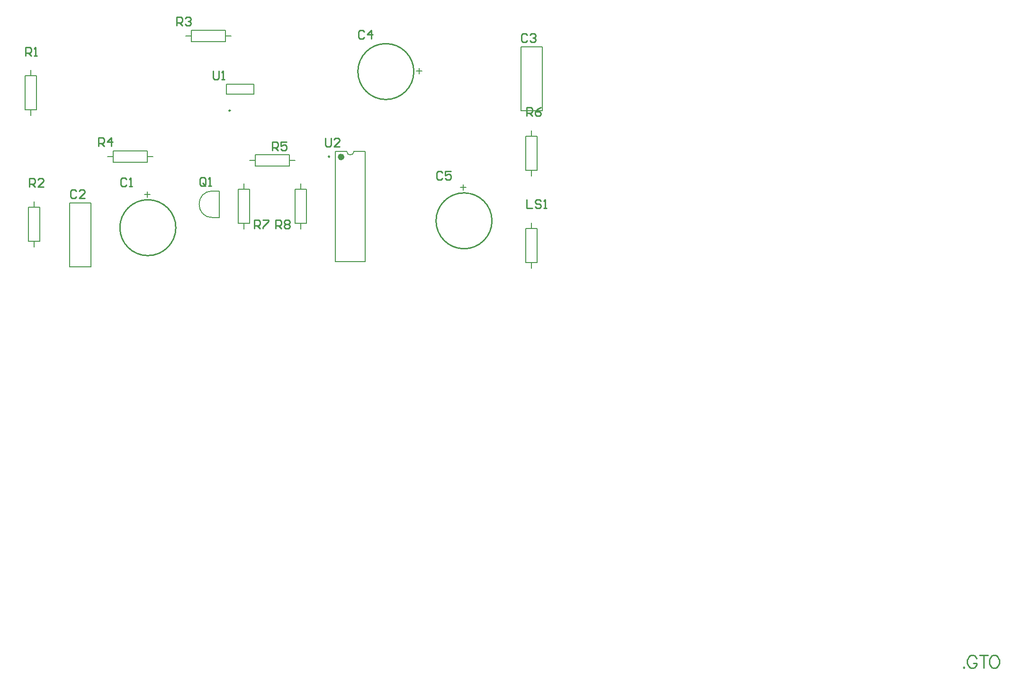
<source format=gto>
G04*
G04 #@! TF.GenerationSoftware,Altium Limited,Altium Designer,23.11.1 (41)*
G04*
G04 Layer_Color=65535*
%FSLAX25Y25*%
%MOIN*%
G70*
G04*
G04 #@! TF.SameCoordinates,DA4C2B11-B2A6-48E5-B279-5A3AD9B65692*
G04*
G04*
G04 #@! TF.FilePolarity,Positive*
G04*
G01*
G75*
%ADD10C,0.02362*%
%ADD11C,0.00984*%
%ADD12C,0.00787*%
%ADD13C,0.01000*%
%ADD14C,0.00591*%
%ADD15C,0.00900*%
D10*
X239685Y97342D02*
G03*
X239685Y97342I-1181J0D01*
G01*
D11*
X230492Y97618D02*
G03*
X230492Y97618I-492J0D01*
G01*
X160492Y130046D02*
G03*
X160492Y130046I-492J0D01*
G01*
D12*
X242500Y101279D02*
G03*
X247500Y101279I2500J0D01*
G01*
X147941Y73370D02*
G03*
X147941Y54630I0J-9370D01*
G01*
X166000Y50500D02*
X174000D01*
X166000D02*
Y74500D01*
X174000D01*
Y50500D02*
Y74500D01*
X170000Y46500D02*
Y50500D01*
Y74500D02*
Y78500D01*
X206000Y50500D02*
X214000D01*
X206000D02*
Y74500D01*
X214000D01*
Y50500D02*
Y74500D01*
X210000Y46500D02*
Y50500D01*
Y74500D02*
Y78500D01*
X202000Y91000D02*
Y99000D01*
X178000Y91000D02*
X202000D01*
X178000D02*
Y99000D01*
X202000D01*
Y95000D02*
X206000D01*
X174000D02*
X178000D01*
X234567Y23720D02*
X255433D01*
X247500Y101280D02*
X255433D01*
X234567D02*
X242500D01*
X255433Y23720D02*
Y101280D01*
X234567Y23720D02*
Y101280D01*
X74000Y97500D02*
X78000D01*
X102000D02*
X106000D01*
X78000Y101500D02*
X102000D01*
X78000Y93500D02*
Y101500D01*
Y93500D02*
X102000D01*
Y101500D01*
X157844Y141539D02*
Y148461D01*
X177155D01*
Y141539D02*
Y148461D01*
X157844Y141539D02*
X177155D01*
X147941Y54630D02*
X152764D01*
Y73370D01*
X147941D02*
X152764D01*
X368500Y112000D02*
X376500D01*
Y88000D02*
Y112000D01*
X368500Y88000D02*
X376500D01*
X368500D02*
Y112000D01*
X372500D02*
Y116000D01*
Y84000D02*
Y88000D01*
X157000Y178500D02*
Y186500D01*
X133000Y178500D02*
X157000D01*
X133000D02*
Y186500D01*
X157000D01*
Y182500D02*
X161000D01*
X129000D02*
X133000D01*
X18500Y38000D02*
X26500D01*
X18500D02*
Y62000D01*
X26500D01*
Y38000D02*
Y62000D01*
X22500Y34000D02*
Y38000D01*
Y62000D02*
Y66000D01*
X16000Y154500D02*
X24000D01*
Y130500D02*
Y154500D01*
X16000Y130500D02*
X24000D01*
X16000D02*
Y154500D01*
X20000D02*
Y158500D01*
Y126500D02*
Y130500D01*
X368500Y47000D02*
X376500D01*
Y23000D02*
Y47000D01*
X368500Y23000D02*
X376500D01*
X368500D02*
Y47000D01*
X372500D02*
Y51000D01*
Y19000D02*
Y23000D01*
X365000Y175000D02*
X380000D01*
Y130000D02*
Y175000D01*
X365000Y130000D02*
X380000D01*
X365000D02*
Y175000D01*
X47500Y65000D02*
X62500D01*
Y20000D02*
Y65000D01*
X47500Y20000D02*
X62500D01*
X47500D02*
Y65000D01*
D13*
X122185Y47500D02*
G03*
X122185Y47500I-19685J0D01*
G01*
X344685Y52342D02*
G03*
X344685Y52342I-19685J0D01*
G01*
X289685Y157500D02*
G03*
X289685Y157500I-19685J0D01*
G01*
X177502Y47001D02*
Y52999D01*
X180501D01*
X181500Y51999D01*
Y50000D01*
X180501Y49000D01*
X177502D01*
X179501D02*
X181500Y47001D01*
X183500Y52999D02*
X187498D01*
Y51999D01*
X183500Y48001D01*
Y47001D01*
X192502D02*
Y52999D01*
X195501D01*
X196500Y51999D01*
Y50000D01*
X195501Y49000D01*
X192502D01*
X194501D02*
X196500Y47001D01*
X198500Y51999D02*
X199499Y52999D01*
X201499D01*
X202498Y51999D01*
Y51000D01*
X201499Y50000D01*
X202498Y49000D01*
Y48001D01*
X201499Y47001D01*
X199499D01*
X198500Y48001D01*
Y49000D01*
X199499Y50000D01*
X198500Y51000D01*
Y51999D01*
X199499Y50000D02*
X201499D01*
X190002Y102001D02*
Y107999D01*
X193001D01*
X194000Y106999D01*
Y105000D01*
X193001Y104000D01*
X190002D01*
X192001D02*
X194000Y102001D01*
X199998Y107999D02*
X196000D01*
Y105000D01*
X197999Y106000D01*
X198999D01*
X199998Y105000D01*
Y103001D01*
X198999Y102001D01*
X196999D01*
X196000Y103001D01*
X227600Y110698D02*
Y105700D01*
X228600Y104700D01*
X230599D01*
X231599Y105700D01*
Y110698D01*
X237597Y104700D02*
X233598D01*
X237597Y108699D01*
Y109698D01*
X236597Y110698D01*
X234598D01*
X233598Y109698D01*
X67800Y104900D02*
Y110898D01*
X70799D01*
X71799Y109898D01*
Y107899D01*
X70799Y106899D01*
X67800D01*
X69799D02*
X71799Y104900D01*
X76797D02*
Y110898D01*
X73798Y107899D01*
X77797D01*
X87299Y81498D02*
X86299Y82498D01*
X84300D01*
X83300Y81498D01*
Y77500D01*
X84300Y76500D01*
X86299D01*
X87299Y77500D01*
X89298Y76500D02*
X91297D01*
X90298D01*
Y82498D01*
X89298Y81498D01*
X309799Y86398D02*
X308799Y87398D01*
X306800D01*
X305800Y86398D01*
Y82400D01*
X306800Y81400D01*
X308799D01*
X309799Y82400D01*
X315797Y87398D02*
X311798D01*
Y84399D01*
X313797Y85399D01*
X314797D01*
X315797Y84399D01*
Y82400D01*
X314797Y81400D01*
X312798D01*
X311798Y82400D01*
X254799Y185698D02*
X253799Y186698D01*
X251800D01*
X250800Y185698D01*
Y181700D01*
X251800Y180700D01*
X253799D01*
X254799Y181700D01*
X259797Y180700D02*
Y186698D01*
X256798Y183699D01*
X260797D01*
X148501Y157999D02*
Y153001D01*
X149501Y152001D01*
X151500D01*
X152500Y153001D01*
Y157999D01*
X154499Y152001D02*
X156499D01*
X155499D01*
Y157999D01*
X154499Y156999D01*
X369100Y126200D02*
Y132198D01*
X372099D01*
X373099Y131198D01*
Y129199D01*
X372099Y128199D01*
X369100D01*
X371099D02*
X373099Y126200D01*
X379097Y132198D02*
X377097Y131198D01*
X375098Y129199D01*
Y127200D01*
X376098Y126200D01*
X378097D01*
X379097Y127200D01*
Y128199D01*
X378097Y129199D01*
X375098D01*
X122800Y189900D02*
Y195898D01*
X125799D01*
X126799Y194898D01*
Y192899D01*
X125799Y191899D01*
X122800D01*
X124799D02*
X126799Y189900D01*
X128798Y194898D02*
X129798Y195898D01*
X131797D01*
X132797Y194898D01*
Y193899D01*
X131797Y192899D01*
X130797D01*
X131797D01*
X132797Y191899D01*
Y190900D01*
X131797Y189900D01*
X129798D01*
X128798Y190900D01*
X19100Y76200D02*
Y82198D01*
X22099D01*
X23099Y81198D01*
Y79199D01*
X22099Y78199D01*
X19100D01*
X21099D02*
X23099Y76200D01*
X29097D02*
X25098D01*
X29097Y80199D01*
Y81198D01*
X28097Y82198D01*
X26098D01*
X25098Y81198D01*
X16600Y168700D02*
Y174698D01*
X19599D01*
X20599Y173698D01*
Y171699D01*
X19599Y170699D01*
X16600D01*
X18599D02*
X20599Y168700D01*
X22598D02*
X24597D01*
X23598D01*
Y174698D01*
X22598Y173698D01*
X143099Y77900D02*
Y81898D01*
X142099Y82898D01*
X140100D01*
X139100Y81898D01*
Y77900D01*
X140100Y76900D01*
X142099D01*
X141099Y78899D02*
X143099Y76900D01*
X142099D02*
X143099Y77900D01*
X145098Y76900D02*
X147097D01*
X146098D01*
Y82898D01*
X145098Y81898D01*
X369100Y67198D02*
Y61200D01*
X373099D01*
X379097Y66198D02*
X378097Y67198D01*
X376098D01*
X375098Y66198D01*
Y65199D01*
X376098Y64199D01*
X378097D01*
X379097Y63199D01*
Y62200D01*
X378097Y61200D01*
X376098D01*
X375098Y62200D01*
X381096Y61200D02*
X383096D01*
X382096D01*
Y67198D01*
X381096Y66198D01*
X369599Y183398D02*
X368599Y184398D01*
X366600D01*
X365600Y183398D01*
Y179400D01*
X366600Y178400D01*
X368599D01*
X369599Y179400D01*
X371598Y183398D02*
X372598Y184398D01*
X374597D01*
X375597Y183398D01*
Y182399D01*
X374597Y181399D01*
X373597D01*
X374597D01*
X375597Y180399D01*
Y179400D01*
X374597Y178400D01*
X372598D01*
X371598Y179400D01*
X52099Y73398D02*
X51099Y74398D01*
X49100D01*
X48100Y73398D01*
Y69400D01*
X49100Y68400D01*
X51099D01*
X52099Y69400D01*
X58097Y68400D02*
X54098D01*
X58097Y72399D01*
Y73398D01*
X57097Y74398D01*
X55098D01*
X54098Y73398D01*
D14*
X102048Y69000D02*
Y72936D01*
X100080Y70968D02*
X104016D01*
X324548Y73843D02*
Y77778D01*
X322580Y75810D02*
X326516D01*
X291500Y157952D02*
X295436D01*
X293468Y159920D02*
Y155984D01*
D15*
X676828Y-261943D02*
X676400Y-262371D01*
X676828Y-262800D01*
X677257Y-262371D01*
X676828Y-261943D01*
X685655Y-255944D02*
X685227Y-255087D01*
X684370Y-254230D01*
X683513Y-253802D01*
X681799D01*
X680942Y-254230D01*
X680085Y-255087D01*
X679657Y-255944D01*
X679228Y-257230D01*
Y-259372D01*
X679657Y-260658D01*
X680085Y-261515D01*
X680942Y-262371D01*
X681799Y-262800D01*
X683513D01*
X684370Y-262371D01*
X685227Y-261515D01*
X685655Y-260658D01*
Y-259372D01*
X683513D02*
X685655D01*
X690711Y-253802D02*
Y-262800D01*
X687712Y-253802D02*
X693711D01*
X697353D02*
X696496Y-254230D01*
X695639Y-255087D01*
X695210Y-255944D01*
X694782Y-257230D01*
Y-259372D01*
X695210Y-260658D01*
X695639Y-261515D01*
X696496Y-262371D01*
X697353Y-262800D01*
X699067D01*
X699924Y-262371D01*
X700780Y-261515D01*
X701209Y-260658D01*
X701637Y-259372D01*
Y-257230D01*
X701209Y-255944D01*
X700780Y-255087D01*
X699924Y-254230D01*
X699067Y-253802D01*
X697353D01*
M02*

</source>
